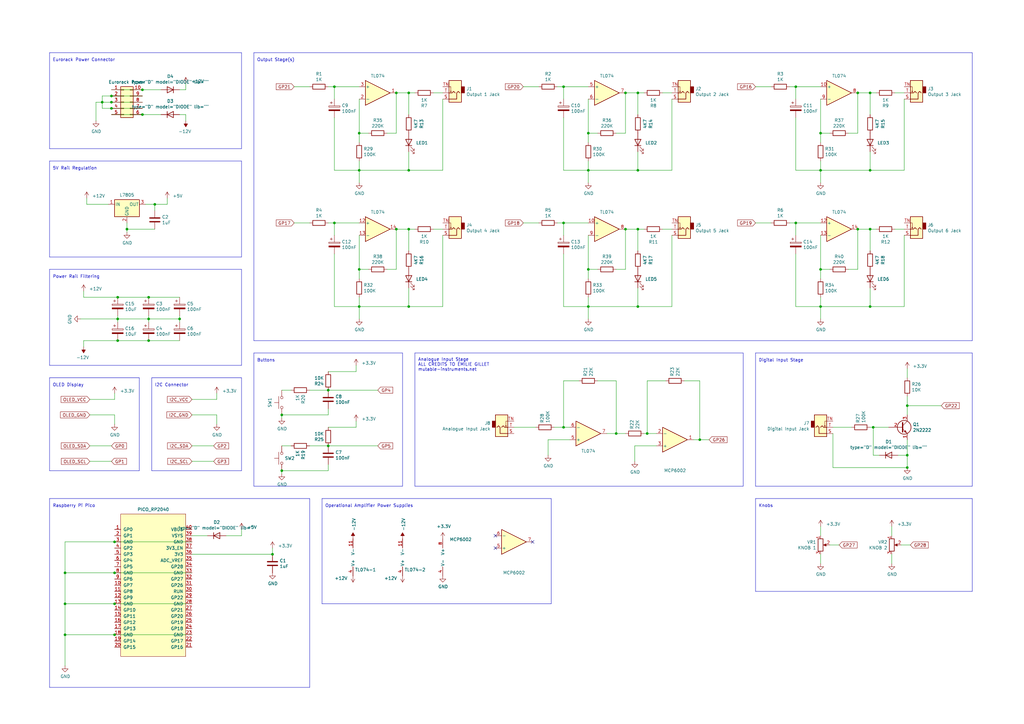
<source format=kicad_sch>
(kicad_sch (version 20231120) (generator "eeschema") (generator_version "8.0")
  (paper "A3")
  (title_block (title "EuroPi") (date "15/11/2021") (rev "1") (company "Allen Synthesis") (comment 1 "CC BY-SA 3.0"))
  (junction (at 147.32 54.61))
  (junction (at 356.87 93.98))
  (junction (at 134.62 182.88))
  (junction (at 336.55 54.61))
  (junction (at 372.11 191.77))
  (junction (at 351.79 38.1))
  (junction (at 336.55 125.73))
  (junction (at 48.26 121.92))
  (junction (at 241.3 110.49))
  (junction (at 48.26 130.81))
  (junction (at 137.16 35.56))
  (junction (at 372.11 166.37))
  (junction (at 167.64 38.1))
  (junction (at 326.39 91.44))
  (junction (at 46.99 222.25))
  (junction (at 287.02 180.34))
  (junction (at 46.99 234.95))
  (junction (at 167.64 69.85))
  (junction (at 41.91 41.91))
  (junction (at 231.14 175.26))
  (junction (at 26.67 247.65))
  (junction (at 241.3 54.61))
  (junction (at 134.62 160.02))
  (junction (at 46.99 260.35))
  (junction (at 252.73 177.8))
  (junction (at 256.54 38.1))
  (junction (at 73.66 130.81))
  (junction (at 356.87 125.73))
  (junction (at 137.16 91.44))
  (junction (at 261.62 93.98))
  (junction (at 372.11 186.69))
  (junction (at 231.14 91.44))
  (junction (at 45.72 41.91))
  (junction (at 147.32 69.85))
  (junction (at 351.79 93.98))
  (junction (at 58.42 46.99))
  (junction (at 336.55 110.49))
  (junction (at 162.56 93.98))
  (junction (at 26.67 260.35))
  (junction (at 326.39 35.56))
  (junction (at 63.5 83.82))
  (junction (at 261.62 69.85))
  (junction (at 46.99 247.65))
  (junction (at 60.96 139.7))
  (junction (at 231.14 35.56))
  (junction (at 48.26 139.7))
  (junction (at 256.54 93.98))
  (junction (at 336.55 69.85))
  (junction (at 162.56 38.1))
  (junction (at 261.62 125.73))
  (junction (at 58.42 36.83))
  (junction (at 115.57 193.04))
  (junction (at 356.87 38.1))
  (junction (at 356.87 69.85))
  (junction (at 115.57 170.18))
  (junction (at 111.76 227.33))
  (junction (at 358.14 175.26))
  (junction (at 241.3 69.85))
  (junction (at 26.67 234.95))
  (junction (at 45.72 44.45))
  (junction (at 261.62 38.1))
  (junction (at 45.72 39.37))
  (junction (at 60.96 121.92))
  (junction (at 167.64 125.73))
  (junction (at 60.96 130.81))
  (junction (at 52.07 93.98))
  (junction (at 167.64 93.98))
  (junction (at 147.32 110.49))
  (junction (at 265.43 177.8))
  (junction (at 147.32 125.73))
  (junction (at 241.3 125.73))
  (no_connect (at 203.2 219.71))
  (no_connect (at 218.44 222.25))
  (no_connect (at 203.2 224.79))
  (wire (pts (xy 137.16 91.44) (xy 134.62 91.44)))
  (wire (pts (xy 358.14 186.69) (xy 358.14 175.26)))
  (wire (pts (xy 356.87 102.87) (xy 356.87 93.98)))
  (wire (pts (xy 45.72 36.83) (xy 58.42 36.83)))
  (wire (pts (xy 137.16 69.85) (xy 137.16 48.26)))
  (wire (pts (xy 167.64 118.11) (xy 167.64 125.73)))
  (wire (pts (xy 372.11 186.69) (xy 372.11 180.34)))
  (wire (pts (xy 34.29 119.38) (xy 34.29 121.92)))
  (polyline (pts (xy 20.32 149.86) (xy 99.06 149.86)))
  (wire (pts (xy 134.62 175.26) (xy 146.05 175.26)))
  (wire (pts (xy 146.05 172.72) (xy 146.05 175.26)))
  (polyline (pts (xy 309.88 204.47) (xy 398.78 204.47)))
  (wire (pts (xy 372.11 166.37) (xy 372.11 162.56)))
  (polyline (pts (xy 20.32 21.59) (xy 99.06 21.59)))
  (wire (pts (xy 372.11 170.18) (xy 372.11 166.37)))
  (wire (pts (xy 356.87 93.98) (xy 351.79 93.98)))
  (wire (pts (xy 368.3 186.69) (xy 372.11 186.69)))
  (wire (pts (xy 336.55 96.52) (xy 336.55 110.49)))
  (wire (pts (xy 349.25 175.26) (xy 341.63 175.26)))
  (polyline (pts (xy 20.32 105.41) (xy 99.06 105.41)))
  (wire (pts (xy 351.79 54.61) (xy 347.98 54.61)))
  (wire (pts (xy 170.18 93.98) (xy 167.64 93.98)))
  (wire (pts (xy 41.91 39.37) (xy 45.72 39.37)))
  (wire (pts (xy 370.84 96.52) (xy 370.84 125.73)))
  (wire (pts (xy 120.65 91.44) (xy 127 91.44)))
  (polyline (pts (xy 398.78 21.59) (xy 104.14 21.59)))
  (wire (pts (xy 73.66 36.83) (xy 76.2 36.83)))
  (polyline (pts (xy 398.78 199.39) (xy 309.88 199.39)))
  (wire (pts (xy 341.63 177.8) (xy 341.63 191.77)))
  (wire (pts (xy 356.87 118.11) (xy 356.87 125.73)))
  (wire (pts (xy 73.66 130.81) (xy 73.66 129.54)))
  (wire (pts (xy 147.32 54.61) (xy 147.32 58.42)))
  (wire (pts (xy 373.38 223.52) (xy 369.57 223.52)))
  (wire (pts (xy 264.16 38.1) (xy 261.62 38.1)))
  (wire (pts (xy 48.26 130.81) (xy 48.26 129.54)))
  (wire (pts (xy 287.02 156.21) (xy 287.02 180.34)))
  (wire (pts (xy 356.87 69.85) (xy 370.84 69.85)))
  (wire (pts (xy 241.3 110.49) (xy 241.3 114.3)))
  (polyline (pts (xy 99.06 105.41) (xy 99.06 66.04)))
  (wire (pts (xy 46.99 170.18) (xy 36.83 170.18)))
  (wire (pts (xy 167.64 38.1) (xy 162.56 38.1)))
  (polyline (pts (xy 99.06 154.94) (xy 99.06 193.04)))
  (wire (pts (xy 48.26 139.7) (xy 60.96 139.7)))
  (wire (pts (xy 41.91 41.91) (xy 45.72 41.91)))
  (wire (pts (xy 26.67 222.25) (xy 26.67 234.95)))
  (wire (pts (xy 73.66 130.81) (xy 60.96 130.81)))
  (wire (pts (xy 219.71 175.26) (xy 210.82 175.26)))
  (wire (pts (xy 134.62 160.02) (xy 154.94 160.02)))
  (wire (pts (xy 63.5 83.82) (xy 59.69 83.82)))
  (wire (pts (xy 39.37 41.91) (xy 41.91 41.91)))
  (wire (pts (xy 370.84 93.98) (xy 367.03 93.98)))
  (wire (pts (xy 241.3 54.61) (xy 241.3 58.42)))
  (wire (pts (xy 58.42 44.45) (xy 45.72 44.45)))
  (wire (pts (xy 237.49 156.21) (xy 231.14 156.21)))
  (wire (pts (xy 68.58 83.82) (xy 63.5 83.82)))
  (polyline (pts (xy 104.14 139.7) (xy 398.78 139.7)))
  (wire (pts (xy 115.57 171.45) (xy 115.57 170.18)))
  (wire (pts (xy 356.87 46.99) (xy 356.87 38.1)))
  (wire (pts (xy 231.14 96.52) (xy 231.14 91.44)))
  (wire (pts (xy 41.91 39.37) (xy 41.91 41.91)))
  (wire (pts (xy 364.49 175.26) (xy 358.14 175.26)))
  (polyline (pts (xy 20.32 66.04) (xy 99.06 66.04)))
  (wire (pts (xy 46.99 222.25) (xy 26.67 222.25)))
  (wire (pts (xy 256.54 110.49) (xy 252.73 110.49)))
  (wire (pts (xy 261.62 38.1) (xy 256.54 38.1)))
  (wire (pts (xy 127 160.02) (xy 134.62 160.02)))
  (wire (pts (xy 231.14 40.64) (xy 231.14 35.56)))
  (wire (pts (xy 60.96 132.08) (xy 60.96 130.81)))
  (wire (pts (xy 85.09 219.71) (xy 78.74 219.71)))
  (wire (pts (xy 224.79 180.34) (xy 233.68 180.34)))
  (wire (pts (xy 231.14 125.73) (xy 231.14 104.14)))
  (wire (pts (xy 227.33 175.26) (xy 231.14 175.26)))
  (polyline (pts (xy 20.32 110.49) (xy 99.06 110.49)))
  (wire (pts (xy 35.56 83.82) (xy 44.45 83.82)))
  (polyline (pts (xy 309.88 242.57) (xy 309.88 204.47)))
  (wire (pts (xy 340.36 54.61) (xy 336.55 54.61)))
  (wire (pts (xy 214.63 91.44) (xy 220.98 91.44)))
  (wire (pts (xy 46.99 247.65) (xy 26.67 247.65)))
  (wire (pts (xy 290.83 180.34) (xy 287.02 180.34)))
  (polyline (pts (xy 170.18 199.39) (xy 304.8 199.39)))
  (polyline (pts (xy 398.78 204.47) (xy 398.78 242.57)))
  (wire (pts (xy 326.39 91.44) (xy 336.55 91.44)))
  (wire (pts (xy 181.61 96.52) (xy 181.61 125.73)))
  (wire (pts (xy 63.5 93.98) (xy 52.07 93.98)))
  (wire (pts (xy 46.99 260.35) (xy 78.74 260.35)))
  (wire (pts (xy 351.79 93.98) (xy 351.79 110.49)))
  (polyline (pts (xy 309.88 144.78) (xy 398.78 144.78)))
  (wire (pts (xy 365.76 231.14) (xy 365.76 227.33)))
  (polyline (pts (xy 170.18 144.78) (xy 170.18 199.39)))
  (wire (pts (xy 260.35 182.88) (xy 269.24 182.88)))
  (wire (pts (xy 372.11 151.13) (xy 372.11 154.94)))
  (wire (pts (xy 261.62 93.98) (xy 256.54 93.98)))
  (polyline (pts (xy 165.1 199.39) (xy 165.1 144.78)))
  (wire (pts (xy 356.87 125.73) (xy 370.84 125.73)))
  (wire (pts (xy 167.64 62.23) (xy 167.64 69.85)))
  (polyline (pts (xy 132.08 247.65) (xy 132.08 204.47)))
  (polyline (pts (xy 57.15 193.04) (xy 20.32 193.04)))
  (wire (pts (xy 241.3 40.64) (xy 241.3 54.61)))
  (wire (pts (xy 360.68 186.69) (xy 358.14 186.69)))
  (wire (pts (xy 41.91 41.91) (xy 41.91 44.45)))
  (wire (pts (xy 66.04 36.83) (xy 58.42 36.83)))
  (wire (pts (xy 111.76 224.79) (xy 111.76 227.33)))
  (wire (pts (xy 34.29 142.24) (xy 34.29 139.7)))
  (wire (pts (xy 326.39 69.85) (xy 326.39 48.26)))
  (wire (pts (xy 181.61 38.1) (xy 177.8 38.1)))
  (polyline (pts (xy 104.14 21.59) (xy 104.14 139.7)))
  (polyline (pts (xy 132.08 204.47) (xy 226.06 204.47)))
  (wire (pts (xy 265.43 156.21) (xy 265.43 177.8)))
  (wire (pts (xy 147.32 74.93) (xy 147.32 69.85)))
  (wire (pts (xy 60.96 130.81) (xy 60.96 129.54)))
  (wire (pts (xy 256.54 38.1) (xy 256.54 54.61)))
  (wire (pts (xy 241.3 69.85) (xy 231.14 69.85)))
  (wire (pts (xy 326.39 35.56) (xy 336.55 35.56)))
  (wire (pts (xy 115.57 194.31) (xy 115.57 193.04)))
  (wire (pts (xy 309.88 91.44) (xy 316.23 91.44)))
  (wire (pts (xy 88.9 170.18) (xy 78.74 170.18)))
  (polyline (pts (xy 20.32 60.96) (xy 99.06 60.96)))
  (polyline (pts (xy 99.06 60.96) (xy 99.06 21.59)))
  (wire (pts (xy 60.96 130.81) (xy 48.26 130.81)))
  (wire (pts (xy 46.99 247.65) (xy 78.74 247.65)))
  (wire (pts (xy 146.05 149.86) (xy 146.05 152.4)))
  (wire (pts (xy 326.39 91.44) (xy 323.85 91.44)))
  (wire (pts (xy 41.91 44.45) (xy 45.72 44.45)))
  (wire (pts (xy 336.55 69.85) (xy 356.87 69.85)))
  (wire (pts (xy 265.43 177.8) (xy 264.16 177.8)))
  (wire (pts (xy 214.63 35.56) (xy 220.98 35.56)))
  (wire (pts (xy 344.17 223.52) (xy 340.36 223.52)))
  (wire (pts (xy 326.39 40.64) (xy 326.39 35.56)))
  (wire (pts (xy 99.06 219.71) (xy 92.71 219.71)))
  (wire (pts (xy 137.16 35.56) (xy 134.62 35.56)))
  (wire (pts (xy 245.11 156.21) (xy 252.73 156.21)))
  (wire (pts (xy 134.62 152.4) (xy 146.05 152.4)))
  (wire (pts (xy 340.36 110.49) (xy 336.55 110.49)))
  (wire (pts (xy 241.3 121.92) (xy 241.3 125.73)))
  (wire (pts (xy 88.9 161.29) (xy 88.9 163.83)))
  (wire (pts (xy 162.56 93.98) (xy 162.56 110.49)))
  (polyline (pts (xy 165.1 144.78) (xy 104.14 144.78)))
  (wire (pts (xy 241.3 74.93) (xy 241.3 69.85)))
  (wire (pts (xy 241.3 96.52) (xy 241.3 110.49)))
  (polyline (pts (xy 304.8 199.39) (xy 304.8 144.78)))
  (wire (pts (xy 261.62 69.85) (xy 275.59 69.85)))
  (polyline (pts (xy 104.14 199.39) (xy 165.1 199.39)))
  (wire (pts (xy 167.64 102.87) (xy 167.64 93.98)))
  (polyline (pts (xy 398.78 242.57) (xy 309.88 242.57)))
  (wire (pts (xy 269.24 177.8) (xy 265.43 177.8)))
  (wire (pts (xy 137.16 91.44) (xy 147.32 91.44)))
  (polyline (pts (xy 309.88 199.39) (xy 309.88 144.78)))
  (wire (pts (xy 46.99 163.83) (xy 36.83 163.83)))
  (wire (pts (xy 275.59 96.52) (xy 275.59 125.73)))
  (wire (pts (xy 167.64 93.98) (xy 162.56 93.98)))
  (wire (pts (xy 356.87 38.1) (xy 351.79 38.1)))
  (wire (pts (xy 147.32 96.52) (xy 147.32 110.49)))
  (wire (pts (xy 162.56 110.49) (xy 158.75 110.49)))
  (wire (pts (xy 241.3 130.81) (xy 241.3 125.73)))
  (polyline (pts (xy 20.32 21.59) (xy 20.32 60.96)))
  (wire (pts (xy 326.39 35.56) (xy 323.85 35.56)))
  (wire (pts (xy 351.79 38.1) (xy 351.79 54.61)))
  (wire (pts (xy 231.14 91.44) (xy 241.3 91.44)))
  (polyline (pts (xy 20.32 193.04) (xy 20.32 154.94)))
  (wire (pts (xy 231.14 156.21) (xy 231.14 175.26)))
  (wire (pts (xy 60.96 139.7) (xy 73.66 139.7)))
  (wire (pts (xy 359.41 93.98) (xy 356.87 93.98)))
  (wire (pts (xy 88.9 163.83) (xy 78.74 163.83)))
  (wire (pts (xy 87.63 182.88) (xy 78.74 182.88)))
  (wire (pts (xy 76.2 34.29) (xy 76.2 36.83)))
  (wire (pts (xy 231.14 175.26) (xy 233.68 175.26)))
  (wire (pts (xy 45.72 182.88) (xy 36.83 182.88)))
  (wire (pts (xy 46.99 161.29) (xy 46.99 163.83)))
  (wire (pts (xy 231.14 69.85) (xy 231.14 48.26)))
  (wire (pts (xy 147.32 130.81) (xy 147.32 125.73)))
  (polyline (pts (xy 398.78 144.78) (xy 398.78 199.39)))
  (wire (pts (xy 66.04 46.99) (xy 58.42 46.99)))
  (wire (pts (xy 241.3 125.73) (xy 261.62 125.73)))
  (wire (pts (xy 46.99 234.95) (xy 26.67 234.95)))
  (wire (pts (xy 264.16 93.98) (xy 261.62 93.98)))
  (wire (pts (xy 147.32 125.73) (xy 167.64 125.73)))
  (wire (pts (xy 245.11 110.49) (xy 241.3 110.49)))
  (wire (pts (xy 336.55 69.85) (xy 326.39 69.85)))
  (wire (pts (xy 58.42 39.37) (xy 45.72 39.37)))
  (wire (pts (xy 162.56 38.1) (xy 162.56 54.61)))
  (wire (pts (xy 46.99 222.25) (xy 78.74 222.25)))
  (wire (pts (xy 48.26 121.92) (xy 60.96 121.92)))
  (wire (pts (xy 76.2 49.53) (xy 76.2 46.99)))
  (wire (pts (xy 336.55 66.04) (xy 336.55 69.85)))
  (wire (pts (xy 60.96 121.92) (xy 73.66 121.92)))
  (wire (pts (xy 26.67 247.65) (xy 26.67 260.35)))
  (wire (pts (xy 241.3 66.04) (xy 241.3 69.85)))
  (wire (pts (xy 119.38 160.02) (xy 115.57 160.02)))
  (wire (pts (xy 336.55 215.9) (xy 336.55 219.71)))
  (wire (pts (xy 48.26 132.08) (xy 48.26 130.81)))
  (wire (pts (xy 336.55 125.73) (xy 356.87 125.73)))
  (wire (pts (xy 46.99 173.99) (xy 46.99 170.18)))
  (wire (pts (xy 39.37 41.91) (xy 39.37 49.53)))
  (wire (pts (xy 275.59 38.1) (xy 271.78 38.1)))
  (wire (pts (xy 336.55 74.93) (xy 336.55 69.85)))
  (wire (pts (xy 45.72 46.99) (xy 58.42 46.99)))
  (wire (pts (xy 358.14 175.26) (xy 356.87 175.26)))
  (polyline (pts (xy 99.06 193.04) (xy 62.23 193.04)))
  (wire (pts (xy 137.16 96.52) (xy 137.16 91.44)))
  (wire (pts (xy 167.64 125.73) (xy 181.61 125.73)))
  (wire (pts (xy 326.39 125.73) (xy 326.39 104.14)))
  (wire (pts (xy 111.76 227.33) (xy 78.74 227.33)))
  (polyline (pts (xy 398.78 139.7) (xy 398.78 21.59)))
  (wire (pts (xy 33.02 130.81) (xy 48.26 130.81)))
  (wire (pts (xy 336.55 40.64) (xy 336.55 54.61)))
  (wire (pts (xy 231.14 91.44) (xy 228.6 91.44)))
  (wire (pts (xy 137.16 35.56) (xy 147.32 35.56)))
  (wire (pts (xy 147.32 66.04) (xy 147.32 69.85)))
  (wire (pts (xy 309.88 35.56) (xy 316.23 35.56)))
  (wire (pts (xy 99.06 217.17) (xy 99.06 219.71)))
  (wire (pts (xy 341.63 191.77) (xy 372.11 191.77)))
  (polyline (pts (xy 57.15 154.94) (xy 57.15 193.04)))
  (polyline (pts (xy 20.32 281.94) (xy 20.32 204.47)))
  (wire (pts (xy 356.87 62.23) (xy 356.87 69.85)))
  (wire (pts (xy 45.72 41.91) (xy 58.42 41.91)))
  (wire (pts (xy 241.3 69.85) (xy 261.62 69.85)))
  (wire (pts (xy 284.48 180.34) (xy 287.02 180.34)))
  (wire (pts (xy 261.62 125.73) (xy 275.59 125.73)))
  (polyline (pts (xy 99.06 149.86) (xy 99.06 110.49)))
  (wire (pts (xy 162.56 54.61) (xy 158.75 54.61)))
  (wire (pts (xy 147.32 121.92) (xy 147.32 125.73)))
  (wire (pts (xy 336.55 54.61) (xy 336.55 58.42)))
  (wire (pts (xy 372.11 191.77) (xy 372.11 186.69)))
  (wire (pts (xy 134.62 190.5) (xy 134.62 193.04)))
  (wire (pts (xy 63.5 86.36) (xy 63.5 83.82)))
  (wire (pts (xy 52.07 93.98) (xy 52.07 91.44)))
  (wire (pts (xy 336.55 110.49) (xy 336.55 114.3)))
  (polyline (pts (xy 226.06 204.47) (xy 226.06 247.65)))
  (wire (pts (xy 167.64 46.99) (xy 167.64 38.1)))
  (wire (pts (xy 256.54 93.98) (xy 256.54 110.49)))
  (wire (pts (xy 256.54 54.61) (xy 252.73 54.61)))
  (wire (pts (xy 287.02 156.21) (xy 280.67 156.21)))
  (wire (pts (xy 336.55 231.14) (xy 336.55 227.33)))
  (wire (pts (xy 181.61 40.64) (xy 181.61 69.85)))
  (wire (pts (xy 245.11 54.61) (xy 241.3 54.61)))
  (wire (pts (xy 134.62 167.64) (xy 134.62 170.18)))
  (wire (pts (xy 35.56 81.28) (xy 35.56 83.82)))
  (polyline (pts (xy 127 281.94) (xy 20.32 281.94)))
  (wire (pts (xy 336.55 121.92) (xy 336.55 125.73)))
  (wire (pts (xy 134.62 182.88) (xy 154.94 182.88)))
  (wire (pts (xy 73.66 132.08) (xy 73.66 130.81)))
  (wire (pts (xy 370.84 40.64) (xy 370.84 69.85)))
  (wire (pts (xy 48.26 121.92) (xy 34.29 121.92)))
  (wire (pts (xy 261.62 62.23) (xy 261.62 69.85)))
  (polyline (pts (xy 20.32 154.94) (xy 57.15 154.94)))
  (wire (pts (xy 170.18 38.1) (xy 167.64 38.1)))
  (wire (pts (xy 137.16 125.73) (xy 137.16 104.14)))
  (wire (pts (xy 147.32 110.49) (xy 147.32 114.3)))
  (wire (pts (xy 137.16 40.64) (xy 137.16 35.56)))
  (wire (pts (xy 68.58 81.28) (xy 68.58 83.82)))
  (wire (pts (xy 252.73 177.8) (xy 248.92 177.8)))
  (wire (pts (xy 52.07 95.25) (xy 52.07 93.98)))
  (wire (pts (xy 256.54 177.8) (xy 252.73 177.8)))
  (wire (pts (xy 120.65 35.56) (xy 127 35.56)))
  (wire (pts (xy 181.61 93.98) (xy 177.8 93.98)))
  (wire (pts (xy 88.9 173.99) (xy 88.9 170.18)))
  (polyline (pts (xy 20.32 110.49) (xy 20.32 149.86)))
  (wire (pts (xy 34.29 139.7) (xy 48.26 139.7)))
  (wire (pts (xy 336.55 130.81) (xy 336.55 125.73)))
  (wire (pts (xy 147.32 125.73) (xy 137.16 125.73)))
  (wire (pts (xy 265.43 156.21) (xy 273.05 156.21)))
  (wire (pts (xy 275.59 40.64) (xy 275.59 69.85)))
  (wire (pts (xy 370.84 38.1) (xy 367.03 38.1)))
  (wire (pts (xy 365.76 215.9) (xy 365.76 219.71)))
  (wire (pts (xy 241.3 125.73) (xy 231.14 125.73)))
  (wire (pts (xy 261.62 102.87) (xy 261.62 93.98)))
  (wire (pts (xy 151.13 110.49) (xy 147.32 110.49)))
  (wire (pts (xy 151.13 54.61) (xy 147.32 54.61)))
  (polyline (pts (xy 20.32 204.47) (xy 127 204.47)))
  (polyline (pts (xy 104.14 144.78) (xy 104.14 199.39)))
  (wire (pts (xy 351.79 110.49) (xy 347.98 110.49)))
  (polyline (pts (xy 62.23 154.94) (xy 99.06 154.94)))
  (polyline (pts (xy 62.23 193.04) (xy 62.23 154.94)))
  (polyline (pts (xy 226.06 247.65) (xy 132.08 247.65)))
  (wire (pts (xy 359.41 38.1) (xy 356.87 38.1)))
  (wire (pts (xy 46.99 260.35) (xy 26.67 260.35)))
  (polyline (pts (xy 127 204.47) (xy 127 281.94)))
  (wire (pts (xy 134.62 170.18) (xy 115.57 170.18)))
  (wire (pts (xy 26.67 234.95) (xy 26.67 247.65)))
  (wire (pts (xy 78.74 189.23) (xy 87.63 189.23)))
  (wire (pts (xy 73.66 46.99) (xy 76.2 46.99)))
  (wire (pts (xy 231.14 35.56) (xy 241.3 35.56)))
  (wire (pts (xy 147.32 69.85) (xy 167.64 69.85)))
  (wire (pts (xy 224.79 186.69) (xy 224.79 180.34)))
  (wire (pts (xy 127 182.88) (xy 134.62 182.88)))
  (wire (pts (xy 147.32 69.85) (xy 137.16 69.85)))
  (polyline (pts (xy 20.32 66.04) (xy 20.32 105.41)))
  (wire (pts (xy 326.39 96.52) (xy 326.39 91.44)))
  (wire (pts (xy 261.62 46.99) (xy 261.62 38.1)))
  (wire (pts (xy 275.59 93.98) (xy 271.78 93.98)))
  (wire (pts (xy 260.35 189.23) (xy 260.35 182.88)))
  (wire (pts (xy 36.83 189.23) (xy 45.72 189.23)))
  (polyline (pts (xy 304.8 144.78) (xy 170.18 144.78)))
  (wire (pts (xy 147.32 40.64) (xy 147.32 54.61)))
  (wire (pts (xy 134.62 193.04) (xy 115.57 193.04)))
  (wire (pts (xy 261.62 118.11) (xy 261.62 125.73)))
  (wire (pts (xy 386.08 166.37) (xy 372.11 166.37)))
  (wire (pts (xy 167.64 69.85) (xy 181.61 69.85)))
  (wire (pts (xy 336.55 125.73) (xy 326.39 125.73)))
  (wire (pts (xy 46.99 234.95) (xy 78.74 234.95)))
  (wire (pts (xy 119.38 182.88) (xy 115.57 182.88)))
  (wire (pts (xy 252.73 156.21) (xy 252.73 177.8)))
  (wire (pts (xy 231.14 35.56) (xy 228.6 35.56)))
  (wire (pts (xy 26.67 260.35) (xy 26.67 273.05)))
  (text "Eurorack Power Connector" (at 21.59 25.4 0) (effects (font (size 1.27 1.27)) (justify left bottom)))
  (text "Operational Amplifier Power Supplies" (at 133.35 208.28 0) (effects (font (size 1.27 1.27)) (justify left bottom)))
  (text "Raspberry Pi Pico" (at 21.59 208.28 0) (effects (font (size 1.27 1.27)) (justify left bottom)))
  (text "Digital Input Stage\n" (at 311.15 148.59 0) (effects (font (size 1.27 1.27)) (justify left bottom)))
  (text "5V Rail Regulation" (at 21.59 69.85 0) (effects (font (size 1.27 1.27)) (justify left bottom)))
  (text "Output Stage(s)" (at 105.41 25.4 0) (effects (font (size 1.27 1.27)) (justify left bottom)))
  (text "Power Rail Filtering" (at 21.59 114.3 0) (effects (font (size 1.27 1.27)) (justify left bottom)))
  (text "I2C Connector\n" (at 63.5 158.75 0) (effects (font (size 1.27 1.27)) (justify left bottom)))
  (text "Buttons" (at 105.41 148.59 0) (effects (font (size 1.27 1.27)) (justify left bottom)))
  (text "OLED Display" (at 21.59 158.75 0) (effects (font (size 1.27 1.27)) (justify left bottom)))
  (text "Analogue Input Stage\nALL CREDITS TO ÉMILIE GILLET\nmutable-instruments.net" (at 171.45 152.4 0) (effects (font (size 1.27 1.27)) (justify left bottom)))
  (text "Knobs" (at 311.15 208.28 0) (effects (font (size 1.27 1.27)) (justify left bottom)))
  (global_label "GP19" (shape input) (at 309.88 91.44 180) (property "Intersheetrefs" "${INTERSHEET_REFS}" (effects (hide yes))))
  (global_label "GP4" (shape input) (at 154.94 160.02 0) (property "Intersheetrefs" "${INTERSHEET_REFS}" (effects (hide yes))))
  (global_label "GP3" (shape input) (at 87.63 189.23 0) (property "Intersheetrefs" "${INTERSHEET_REFS}" (effects (hide yes))))
  (global_label "GP21" (shape input) (at 120.65 35.56 180) (property "Intersheetrefs" "${INTERSHEET_REFS}" (effects (hide yes))))
  (global_label "GP22" (shape input) (at 386.08 166.37 0) (property "Intersheetrefs" "${INTERSHEET_REFS}" (effects (hide yes))))
  (global_label "OLED_GND" (shape input) (at 36.83 170.18 180) (property "Intersheetrefs" "${INTERSHEET_REFS}" (effects (hide yes))))
  (global_label "I2C_VCC" (shape input) (at 78.74 163.83 180) (property "Intersheetrefs" "${INTERSHEET_REFS}" (effects (hide yes))))
  (global_label "GP1" (shape input) (at 45.72 189.23 0) (property "Intersheetrefs" "${INTERSHEET_REFS}" (effects (hide yes))))
  (global_label "I2C_SDA" (shape input) (at 78.74 182.88 180) (property "Intersheetrefs" "${INTERSHEET_REFS}" (effects (hide yes))))
  (global_label "GP27" (shape input) (at 344.17 223.52 0) (property "Intersheetrefs" "${INTERSHEET_REFS}" (effects (hide yes))))
  (global_label "GP5" (shape input) (at 154.94 182.88 0) (property "Intersheetrefs" "${INTERSHEET_REFS}" (effects (hide yes))))
  (global_label "GP17" (shape input) (at 120.65 91.44 180) (property "Intersheetrefs" "${INTERSHEET_REFS}" (effects (hide yes))))
  (global_label "GP20" (shape input) (at 214.63 35.56 180) (property "Intersheetrefs" "${INTERSHEET_REFS}" (effects (hide yes))))
  (global_label "OLED_VCC" (shape input) (at 36.83 163.83 180) (property "Intersheetrefs" "${INTERSHEET_REFS}" (effects (hide yes))))
  (global_label "OLED_SDA" (shape input) (at 36.83 182.88 180) (property "Intersheetrefs" "${INTERSHEET_REFS}" (effects (hide yes))))
  (global_label "OLED_SCL" (shape input) (at 36.83 189.23 180) (property "Intersheetrefs" "${INTERSHEET_REFS}" (effects (hide yes))))
  (global_label "GP16" (shape input) (at 309.88 35.56 180) (property "Intersheetrefs" "${INTERSHEET_REFS}" (effects (hide yes))))
  (global_label "GP26" (shape input) (at 290.83 180.34 0) (property "Intersheetrefs" "${INTERSHEET_REFS}" (effects (hide yes))))
  (global_label "GP0" (shape input) (at 45.72 182.88 0) (property "Intersheetrefs" "${INTERSHEET_REFS}" (effects (hide yes))))
  (global_label "I2C_SCL" (shape input) (at 78.74 189.23 180) (property "Intersheetrefs" "${INTERSHEET_REFS}" (effects (hide yes))))
  (global_label "GP18" (shape input) (at 214.63 91.44 180) (property "Intersheetrefs" "${INTERSHEET_REFS}" (effects (hide yes))))
  (global_label "I2C_GND" (shape input) (at 78.74 170.18 180) (property "Intersheetrefs" "${INTERSHEET_REFS}" (effects (hide yes))))
  (global_label "GP28" (shape input) (at 373.38 223.52 0) (property "Intersheetrefs" "${INTERSHEET_REFS}" (effects (hide yes))))
  (global_label "GP2" (shape input) (at 87.63 182.88 0) (property "Intersheetrefs" "${INTERSHEET_REFS}" (effects (hide yes))))
  (symbol (lib_id "Amplifier_Operational:TL074") (at 344.17 38.1 0) (unit 3)
    (property "Reference" "O" (effects (hide yes)))
    (property "Value" "TL074" (at 344.17 31.115 0))
    (property "Datasheet" "http://www.ti.com/lit/ds/symlink/tl071.pdf" (effects (hide yes)))
  )
  (symbol (lib_id "Device:R") (at 344.17 54.61 270) (unit 1)
    (property "Reference" "R37" (at 344.17 49.3522 90))
    (property "Value" "220K" (at 344.17 51.6636 90))
  )
  (symbol (lib_id "Device:R") (at 336.55 62.23 0) (unit 1)
    (property "Reference" "R31" (at 338.328 61.0616 0) (effects (justify left)))
    (property "Value" "100K" (at 338.328 63.373 0) (effects (justify left)))
  )
  (symbol (lib_id "Device:R") (at 320.04 35.56 270) (unit 1)
    (property "Reference" "R3" (at 320.04 30.3022 90))
    (property "Value" "1K" (at 320.04 32.6136 90))
  )
  (symbol (lib_id "Device:CP") (at 326.39 44.45 0) (unit 1)
    (property "Reference" "C11" (at 329.3872 43.2816 0) (effects (justify left)))
    (property "Value" "100nF" (at 329.3872 45.593 0) (effects (justify left)))
  )
  (symbol (lib_id "text:TEXT") (at 34.29 119.38 0) (unit 1)
    (property "Reference" "Reference?" (effects (hide yes)))
    (property "Value" "+12V" (at 36.5252 118.4402 0) (effects (justify left)))
  )
  (symbol (lib_id "power:-12V") (at 76.2 49.53 180) (unit 1)
    (property "Reference" "#PWR?" (effects (hide yes)))
    (property "Value" "-12V" (at 75.819 53.9242 0))
  )
  (symbol (lib_id "Amplifier_Operational:TL074") (at 154.94 38.1 0) (unit 1)
    (property "Reference" "O?" (effects (hide yes)))
    (property "Value" "TL074" (at 154.94 31.115 0))
    (property "Datasheet" "http://www.ti.com/lit/ds/symlink/tl071.pdf" (effects (hide yes)))
  )
  (symbol (lib_id "Device:R") (at 154.94 54.61 270) (unit 1)
    (property "Reference" "R35" (at 154.94 49.3522 90))
    (property "Value" "220K" (at 154.94 51.6636 90))
  )
  (symbol (lib_id "Device:R") (at 147.32 62.23 0) (unit 1)
    (property "Reference" "R29" (at 149.098 61.0616 0) (effects (justify left)))
    (property "Value" "100K" (at 149.098 63.373 0) (effects (justify left)))
  )
  (symbol (lib_id "Device:R") (at 130.81 35.56 270) (unit 1)
    (property "Reference" "R1" (at 130.81 30.3022 90))
    (property "Value" "1K" (at 130.81 32.6136 90))
  )
  (symbol (lib_id "Device:CP") (at 137.16 44.45 0) (unit 1)
    (property "Reference" "C9" (at 140.1572 43.2816 0) (effects (justify left)))
    (property "Value" "100nF" (at 140.1572 45.593 0) (effects (justify left)))
  )
  (symbol (lib_id "Amplifier_Operational:TL074") (at 248.92 38.1 0) (unit 2)
    (property "Reference" "O?" (effects (hide yes)))
    (property "Value" "TL074" (at 248.92 31.115 0))
    (property "Datasheet" "http://www.ti.com/lit/ds/symlink/tl071.pdf" (effects (hide yes)))
  )
  (symbol (lib_id "Device:R") (at 248.92 54.61 270) (unit 1)
    (property "Reference" "R36" (at 248.92 49.3522 90))
    (property "Value" "220K" (at 248.92 51.6636 90))
  )
  (symbol (lib_id "Device:R") (at 241.3 62.23 0) (unit 1)
    (property "Reference" "R30" (at 243.078 61.0616 0) (effects (justify left)))
    (property "Value" "100K" (at 243.078 63.373 0) (effects (justify left)))
  )
  (symbol (lib_id "Device:R") (at 224.79 35.56 270) (unit 1)
    (property "Reference" "R2" (at 224.79 30.3022 90))
    (property "Value" "1K" (at 224.79 32.6136 90))
  )
  (symbol (lib_id "Device:CP") (at 231.14 44.45 0) (unit 1)
    (property "Reference" "C10" (at 234.1372 43.2816 0) (effects (justify left)))
    (property "Value" "100nF" (at 234.1372 45.593 0) (effects (justify left)))
  )
  (symbol (lib_id "power:-12V") (at 34.29 142.24 180) (unit 1)
    (property "Reference" "#PWR?" (effects (hide yes)))
    (property "Value" "-12V" (at 33.909 146.6342 0))
  )
  (symbol (lib_id "Device:CP") (at 48.26 135.89 0) (unit 1)
    (property "Reference" "C16" (at 51.2572 134.7216 0) (effects (justify left)))
    (property "Value" "10uF" (at 51.2572 137.033 0) (effects (justify left)))
  )
  (symbol (lib_id "Device:CP") (at 60.96 125.73 0) (unit 1)
    (property "Reference" "C3" (at 63.9572 124.5616 0) (effects (justify left)))
    (property "Value" "100nF" (at 63.9572 126.873 0) (effects (justify left)))
  )
  (symbol (lib_id "Device:CP") (at 60.96 135.89 0) (unit 1)
    (property "Reference" "C4" (at 63.9572 134.7216 0) (effects (justify left)))
    (property "Value" "100nF" (at 63.9572 137.033 0) (effects (justify left)))
  )
  (symbol (lib_id "Device:CP") (at 73.66 125.73 0) (unit 1)
    (property "Reference" "C5" (at 76.6572 124.5616 0) (effects (justify left)))
    (property "Value" "100nF" (at 76.6572 126.873 0) (effects (justify left)))
  )
  (symbol (lib_id "Device:CP") (at 73.66 135.89 0) (unit 1)
    (property "Reference" "C6" (at 76.6572 134.7216 0) (effects (justify left)))
    (property "Value" "100nF" (at 76.6572 137.033 0) (effects (justify left)))
  )
  (symbol (lib_id "power:-12V") (at 144.78 220.98 0) (unit 1)
    (property "Reference" "#PWR?" (effects (hide yes)))
    (property "Value" "-12V" (at 145.161 217.7288 90) (effects (justify left)))
  )
  (symbol (lib_id "Amplifier_Operational:TL074") (at 344.17 93.98 0) (unit 4)
    (property "Reference" "O?" (effects (hide yes)))
    (property "Value" "TL074" (at 344.17 86.995 0))
    (property "Datasheet" "http://www.ti.com/lit/ds/symlink/tl071.pdf" (effects (hide yes)))
  )
  (symbol (lib_id "Device:R") (at 344.17 110.49 270) (unit 1)
    (property "Reference" "R40" (at 344.17 105.2322 90))
    (property "Value" "220K" (at 344.17 107.5436 90))
  )
  (symbol (lib_id "Device:R") (at 336.55 118.11 0) (unit 1)
    (property "Reference" "R34" (at 338.328 116.9416 0) (effects (justify left)))
    (property "Value" "100K" (at 338.328 119.253 0) (effects (justify left)))
  )
  (symbol (lib_id "Device:R") (at 320.04 91.44 270) (unit 1)
    (property "Reference" "R6" (at 320.04 86.1822 90))
    (property "Value" "1K" (at 320.04 88.4936 90))
  )
  (symbol (lib_id "Device:CP") (at 326.39 100.33 0) (unit 1)
    (property "Reference" "C14" (at 329.3872 99.1616 0) (effects (justify left)))
    (property "Value" "100nF" (at 329.3872 101.473 0) (effects (justify left)))
  )
  (symbol (lib_id "Connector:AudioJack2_SwitchT") (at 375.92 93.98 180) (unit 1)
    (property "Reference" "J6" (at 380.492 92.2782 0) (effects (justify right)))
    (property "Value" "Output 6 Jack" (at 380.492 94.5896 0) (effects (justify right)))
  )
  (symbol (lib_id "Amplifier_Operational:TL074") (at 154.94 93.98 0) (unit 4)
    (property "Reference" "O?" (effects (hide yes)))
    (property "Value" "TL074" (at 154.94 86.995 0))
    (property "Datasheet" "http://www.ti.com/lit/ds/symlink/tl071.pdf" (effects (hide yes)))
  )
  (symbol (lib_id "Device:R") (at 154.94 110.49 270) (unit 1)
    (property "Reference" "R38" (at 154.94 105.2322 90))
    (property "Value" "220K" (at 154.94 107.5436 90))
  )
  (symbol (lib_id "Device:R") (at 147.32 118.11 0) (unit 1)
    (property "Reference" "R32" (at 149.098 116.9416 0) (effects (justify left)))
    (property "Value" "100K" (at 149.098 119.253 0) (effects (justify left)))
  )
  (symbol (lib_id "Device:R") (at 130.81 91.44 270) (unit 1)
    (property "Reference" "R4" (at 130.81 86.1822 90))
    (property "Value" "1K" (at 130.81 88.4936 90))
  )
  (symbol (lib_id "Device:CP") (at 137.16 100.33 0) (unit 1)
    (property "Reference" "C12" (at 140.1572 99.1616 0) (effects (justify left)))
    (property "Value" "100nF" (at 140.1572 101.473 0) (effects (justify left)))
  )
  (symbol (lib_id "Amplifier_Operational:TL074") (at 248.92 93.98 0) (unit 3)
    (property "Reference" "O?" (effects (hide yes)))
    (property "Value" "TL074" (at 248.92 86.995 0))
    (property "Datasheet" "http://www.ti.com/lit/ds/symlink/tl071.pdf" (effects (hide yes)))
  )
  (symbol (lib_id "Device:R") (at 248.92 110.49 270) (unit 1)
    (property "Reference" "R39" (at 248.92 105.2322 90))
    (property "Value" "220K" (at 248.92 107.5436 90))
  )
  (symbol (lib_id "Device:R") (at 241.3 118.11 0) (unit 1)
    (property "Reference" "R33" (at 243.078 116.9416 0) (effects (justify left)))
    (property "Value" "100K" (at 243.078 119.253 0) (effects (justify left)))
  )
  (symbol (lib_id "Device:R") (at 224.79 91.44 270) (unit 1)
    (property "Reference" "R5" (at 224.79 86.1822 90))
    (property "Value" "1K" (at 224.79 88.4936 90))
  )
  (symbol (lib_id "Device:CP") (at 231.14 100.33 0) (unit 1)
    (property "Reference" "C13" (at 234.1372 99.1616 0) (effects (justify left)))
    (property "Value" "100nF" (at 234.1372 101.473 0) (effects (justify left)))
  )
  (symbol (lib_id "Device:LED") (at 167.64 58.42 90) (unit 1)
    (property "Reference" "LED1" (at 170.6372 58.5978 90) (effects (justify right)))
    (property "Value" "LED" (effects (hide yes)))
  )
  (symbol (lib_id "Device:R") (at 167.64 50.8 180) (unit 1)
    (property "Reference" "R13" (at 172.8978 50.8 90))
    (property "Value" "4K7" (at 170.5864 50.8 90))
  )
  (symbol (lib_id "Device:LED") (at 261.62 58.42 90) (unit 1)
    (property "Reference" "LED2" (at 264.6172 58.5978 90) (effects (justify right)))
    (property "Value" "LED" (effects (hide yes)))
  )
  (symbol (lib_id "Device:R") (at 261.62 50.8 180) (unit 1)
    (property "Reference" "R14" (at 266.8778 50.8 90))
    (property "Value" "4K7" (at 264.5664 50.8 90))
  )
  (symbol (lib_id "Device:LED") (at 356.87 58.42 90) (unit 1)
    (property "Reference" "LED3" (at 359.8672 58.5978 90) (effects (justify right)))
    (property "Value" "LED" (effects (hide yes)))
  )
  (symbol (lib_id "Device:R") (at 356.87 50.8 180) (unit 1)
    (property "Reference" "R15" (at 362.1278 50.8 90))
    (property "Value" "4K7" (at 359.8164 50.8 90))
  )
  (symbol (lib_id "Device:LED") (at 167.64 114.3 90) (unit 1)
    (property "Reference" "LED4" (at 170.6372 114.4778 90) (effects (justify right)))
    (property "Value" "LED" (effects (hide yes)))
  )
  (symbol (lib_id "Device:R") (at 167.64 106.68 180) (unit 1)
    (property "Reference" "R16" (at 172.8978 106.68 90))
    (property "Value" "4K7" (at 170.5864 106.68 90))
  )
  (symbol (lib_id "Device:LED") (at 261.62 114.3 90) (unit 1)
    (property "Reference" "LED5" (at 264.6172 114.4778 90) (effects (justify right)))
    (property "Value" "LED" (effects (hide yes)))
  )
  (symbol (lib_id "Device:R") (at 261.62 106.68 180) (unit 1)
    (property "Reference" "R17" (at 266.8778 106.68 90))
    (property "Value" "4K7" (at 264.5664 106.68 90))
  )
  (symbol (lib_id "Device:LED") (at 356.87 114.3 90) (unit 1)
    (property "Reference" "LED6" (at 359.8672 114.4778 90) (effects (justify right)))
    (property "Value" "LED" (effects (hide yes)))
  )
  (symbol (lib_id "Device:R") (at 356.87 106.68 180) (unit 1)
    (property "Reference" "R18" (at 362.1278 106.68 90))
    (property "Value" "4K7" (at 359.8164 106.68 90))
  )
  (symbol (lib_id "pico:PICO_RP2040") (at 63.5 241.3 0) (unit 1)
    (property "Reference" "U?" (effects (hide yes)))
    (property "Value" "PICO_RP2040" (at 62.865 208.9658 0))
  )
  (symbol (lib_id "Simulation_SPICE:DIODE") (at 88.9 219.71 180) (unit 1)
    (property "Reference" "D2" (at 88.9 214.1982 0))
    (property "Value" "${SIM.PARAMS}" (at 88.9 216.5096 0))
    (property "Sim.Device" "SPICE" (effects (hide yes)))
    (property "Sim.Params" "type=\"D\" model=\"DIODE\" lib=\"\"" (effects (hide yes)))
    (property "Sim.Pins" "1=1 2=2" (effects (hide yes)))
  )
  (symbol (lib_id "text:TEXT") (at 99.06 217.17 0) (unit 1)
    (property "Reference" "Reference?" (effects (hide yes)))
    (property "Value" "+5V" (at 101.2952 216.2302 0) (effects (justify left)))
  )
  (symbol (lib_id "text:TEXT") (at 111.76 224.79 0) (unit 1)
    (property "Reference" "Reference?" (effects (hide yes)))
    (property "Value" "+3.3V" (at 113.9952 223.8502 0) (effects (justify left)))
  )
  (symbol (lib_id "Device:R") (at 363.22 93.98 90) (unit 1)
    (property "Reference" "R12" (at 363.22 99.2378 90))
    (property "Value" "1K" (at 363.22 96.9264 90))
  )
  (symbol (lib_id "Connector:AudioJack2_SwitchT") (at 336.55 175.26 0) (mirror x) (unit 1)
    (property "Reference" "J7" (at 331.978 173.5582 0) (effects (justify right)))
    (property "Value" "Digital Input Jack" (at 331.978 175.8696 0) (effects (justify right)))
  )
  (symbol (lib_id "Device:R") (at 353.06 175.26 90) (unit 1)
    (property "Reference" "R27" (at 351.8916 173.482 0) (effects (justify left)))
    (property "Value" "100K" (at 354.203 173.482 0) (effects (justify left)))
  )
  (symbol (lib_id "Connector:AudioJack2_SwitchT") (at 375.92 38.1 180) (unit 1)
    (property "Reference" "J3" (at 380.492 36.3982 0) (effects (justify right)))
    (property "Value" "Output 3 Jack" (at 380.492 38.7096 0) (effects (justify right)))
  )
  (symbol (lib_id "Device:R") (at 363.22 38.1 90) (unit 1)
    (property "Reference" "R9" (at 363.22 43.3578 90))
    (property "Value" "1K" (at 363.22 41.0464 90))
  )
  (symbol (lib_id "Connector:AudioJack2_SwitchT") (at 280.67 38.1 180) (unit 1)
    (property "Reference" "J2" (at 285.242 36.3982 0) (effects (justify right)))
    (property "Value" "Output 2 Jack" (at 285.242 38.7096 0) (effects (justify right)))
  )
  (symbol (lib_id "Device:R") (at 267.97 38.1 90) (unit 1)
    (property "Reference" "R8" (at 267.97 43.3578 90))
    (property "Value" "1K" (at 267.97 41.0464 90))
  )
  (symbol (lib_id "Connector:AudioJack2_SwitchT") (at 186.69 38.1 180) (unit 1)
    (property "Reference" "J1" (at 191.262 36.3982 0) (effects (justify right)))
    (property "Value" "Output 1 Jack" (at 191.262 38.7096 0) (effects (justify right)))
  )
  (symbol (lib_id "Device:R") (at 173.99 38.1 90) (unit 1)
    (property "Reference" "R7" (at 173.99 43.3578 90))
    (property "Value" "1K" (at 173.99 41.0464 90))
  )
  (symbol (lib_id "Connector:AudioJack2_SwitchT") (at 186.69 93.98 180) (unit 1)
    (property "Reference" "J4" (at 191.262 92.2782 0) (effects (justify right)))
    (property "Value" "Output 4 Jack" (at 191.262 94.5896 0) (effects (justify right)))
  )
  (symbol (lib_id "Device:R") (at 173.99 93.98 90) (unit 1)
    (property "Reference" "R10" (at 173.99 99.2378 90))
    (property "Value" "1K" (at 173.99 96.9264 90))
  )
  (symbol (lib_id "Connector:AudioJack2_SwitchT") (at 280.67 93.98 180) (unit 1)
    (property "Reference" "J5" (at 285.242 92.2782 0) (effects (justify right)))
    (property "Value" "Output 5 Jack" (at 285.242 94.5896 0) (effects (justify right)))
  )
  (symbol (lib_id "Device:R") (at 267.97 93.98 90) (unit 1)
    (property "Reference" "R11" (at 267.97 99.2378 90))
    (property "Value" "1K" (at 267.97 96.9264 90))
  )
  (symbol (lib_id "power:GND") (at 39.37 49.53 0) (unit 1)
    (property "Reference" "#PWR?" (effects (hide yes)))
    (property "Value" "GND" (at 39.497 53.9242 0))
  )
  (symbol (lib_id "Simulation_SPICE:DIODE") (at 364.49 186.69 180) (unit 1)
    (property "Reference" "D1" (at 364.49 181.1782 0))
    (property "Value" "${SIM.PARAMS}" (at 364.49 183.4896 0))
    (property "Sim.Device" "SPICE" (effects (hide yes)))
    (property "Sim.Params" "type=\"D\" model=\"DIODE\" lib=\"\"" (effects (hide yes)))
    (property "Sim.Pins" "1=1 2=2" (effects (hide yes)))
  )
  (symbol (lib_id "Transistor_BJT:2N2219") (at 369.57 175.26 0) (unit 1)
    (property "Reference" "Q1" (at 374.396 174.0916 0) (effects (justify left)))
    (property "Value" "2N2222" (at 374.396 176.403 0) (effects (justify left)))
    (property "Footprint" "Package_TO_SOT_THT:TO-39-3" (effects (hide yes)))
    (property "Datasheet" "http://www.onsemi.com/pub_link/Collateral/2N2219-D.PDF" (effects (hide yes)))
  )
  (symbol (lib_id "Device:R") (at 372.11 158.75 0) (unit 1)
    (property "Reference" "R26" (at 373.888 157.5816 0) (effects (justify left)))
    (property "Value" "10K" (at 373.888 159.893 0) (effects (justify left)))
  )
  (symbol (lib_id "text:TEXT") (at 68.58 81.28 0) (unit 1)
    (property "Reference" "Reference?" (effects (hide yes)))
    (property "Value" "+5V" (at 70.8152 80.3402 0) (effects (justify left)))
  )
  (symbol (lib_id "Regulator_Linear:L7805") (at 52.07 83.82 0) (unit 1)
    (property "Reference" "U?" (effects (hide yes)))
    (property "Value" "L7805" (at 52.07 79.9846 0))
    (property "Datasheet" "http://www.st.com/content/ccc/resource/technical/document/datasheet/41/4f/b3/b0/12/d4/47/88/CD00000444.pdf/files/CD00000444.pdf/jcr:content/translations/en.CD00000444.pdf" (effects (hide yes)))
  )
  (symbol (lib_id "text:TEXT") (at 35.56 81.28 0) (unit 1)
    (property "Reference" "Reference?" (effects (hide yes)))
    (property "Value" "+12V" (at 37.7952 80.3402 0) (effects (justify left)))
  )
  (symbol (lib_id "text:TEXT") (at 372.11 151.13 0) (unit 1)
    (property "Reference" "Reference?" (effects (hide yes)))
    (property "Value" "+3.3V" (at 374.3452 150.1902 0) (effects (justify left)))
  )
  (symbol (lib_id "Device:C") (at 63.5 90.17 0) (unit 1)
    (property "Reference" "C2" (at 66.421 89.0016 0) (effects (justify left)))
    (property "Value" "1uF" (at 66.421 91.313 0) (effects (justify left)))
  )
  (symbol (lib_id "Connector_Generic:Conn_02x05_Counter_Clockwise") (at 50.8 41.91 0) (unit 1)
    (property "Reference" "J?" (effects (hide yes)))
    (property "Value" "Eurorack Power" (at 52.07 33.655 0))
  )
  (symbol (lib_id "power:GND") (at 52.07 95.25 0) (unit 1)
    (property "Reference" "#PWR?" (effects (hide yes)))
    (property "Value" "GND" (at 52.197 99.6442 0))
  )
  (symbol (lib_id "Connector:AudioJack2_SwitchT") (at 205.74 175.26 0) (mirror x) (unit 1)
    (property "Reference" "J8" (at 201.168 173.5582 0) (effects (justify right)))
    (property "Value" "Analogue Input Jack" (at 201.168 175.8696 0) (effects (justify right)))
  )
  (symbol (lib_id "Amplifier_Operational:TL074") (at 241.3 177.8 0) (mirror x) (unit 2)
    (property "Reference" "O?" (effects (hide yes)))
    (property "Value" "TL074" (at 241.3 184.9882 0))
    (property "Datasheet" "http://www.ti.com/lit/ds/symlink/tl071.pdf" (effects (hide yes)))
  )
  (symbol (lib_id "text:TEXT") (at 76.2 34.29 0) (unit 1)
    (property "Reference" "Reference?" (effects (hide yes)))
    (property "Value" "+12V" (at 78.4352 33.3502 0) (effects (justify left)))
  )
  (symbol (lib_id "Device:R") (at 223.52 175.26 90) (unit 1)
    (property "Reference" "R28" (at 222.3516 173.482 0) (effects (justify left)))
    (property "Value" "100K" (at 224.663 173.482 0) (effects (justify left)))
  )
  (symbol (lib_id "power:GND") (at 33.02 130.81 270) (unit 1)
    (property "Reference" "#PWR?" (effects (hide yes)))
    (property "Value" "GND" (at 28.6258 130.937 0))
  )
  (symbol (lib_id "Device:R") (at 241.3 156.21 90) (unit 1)
    (property "Reference" "R21" (at 240.1316 154.432 0) (effects (justify left)))
    (property "Value" "22K" (at 242.443 154.432 0) (effects (justify left)))
  )
  (symbol (lib_id "power:GND") (at 46.99 173.99 0) (unit 1)
    (property "Reference" "#PWR?" (effects (hide yes)))
    (property "Value" "GND" (at 47.117 178.3842 0))
  )
  (symbol (lib_id "Device:CP") (at 48.26 125.73 0) (unit 1)
    (property "Reference" "C15" (at 51.2572 124.5616 0) (effects (justify left)))
    (property "Value" "10uF" (at 51.2572 126.873 0) (effects (justify left)))
  )
  (symbol (lib_id "Simulation_SPICE:DIODE") (at 69.85 46.99 180) (unit 1)
    (property "Reference" "D3" (at 69.85 41.4782 0))
    (property "Value" "${SIM.PARAMS}" (at 69.85 43.7896 0))
    (property "Sim.Device" "SPICE" (effects (hide yes)))
    (property "Sim.Params" "type=\"D\" model=\"DIODE\" lib=\"\"" (effects (hide yes)))
    (property "Sim.Pins" "1=1 2=2" (effects (hide yes)))
  )
  (symbol (lib_id "Simulation_SPICE:DIODE") (at 69.85 36.83 0) (mirror x) (unit 1)
    (property "Reference" "D4" (at 69.85 31.3182 0))
    (property "Value" "${SIM.PARAMS}" (at 69.85 33.6296 0))
    (property "Sim.Device" "SPICE" (effects (hide yes)))
    (property "Sim.Params" "type=\"D\" model=\"DIODE\" lib=\"\"" (effects (hide yes)))
    (property "Sim.Pins" "1=1 2=2" (effects (hide yes)))
  )
  (symbol (lib_id "Amplifier_Operational:MCP6002-xMS") (at 276.86 180.34 0) (mirror x) (unit 1)
    (property "Reference" "O?" (effects (hide yes)))
    (property "Value" "MCP6002" (at 276.86 192.9892 0))
    (property "Datasheet" "http://www.ti.com/lit/ds/symlink/tl071.pdf" (effects (hide yes)))
  )
  (symbol (lib_id "Device:R") (at 260.35 177.8 90) (unit 1)
    (property "Reference" "R22" (at 259.1816 176.022 0) (effects (justify left)))
    (property "Value" "22K" (at 261.493 176.022 0) (effects (justify left)))
  )
  (symbol (lib_id "power:GND") (at 88.9 173.99 0) (unit 1)
    (property "Reference" "#PWR?" (effects (hide yes)))
    (property "Value" "GND" (at 89.027 178.3842 0))
  )
  (symbol (lib_id "power:GND") (at 26.67 273.05 0) (unit 1)
    (property "Reference" "#PWR?" (effects (hide yes)))
    (property "Value" "GND" (at 26.797 277.4442 0))
  )
  (symbol (lib_id "Device:R") (at 276.86 156.21 90) (unit 1)
    (property "Reference" "R23" (at 275.6916 154.432 0) (effects (justify left)))
    (property "Value" "22K" (at 278.003 154.432 0) (effects (justify left)))
  )
  (symbol (lib_id "power:GND") (at 115.57 194.31 0) (unit 1)
    (property "Reference" "#PWR?" (effects (hide yes)))
    (property "Value" "GND" (at 115.697 198.7042 0))
  )
  (symbol (lib_id "power:GND") (at 115.57 171.45 0) (unit 1)
    (property "Reference" "#PWR?" (effects (hide yes)))
    (property "Value" "GND" (at 115.697 175.8442 0))
  )
  (symbol (lib_id "text:TEXT") (at 88.9 161.29 0) (unit 1)
    (property "Reference" "Reference?" (effects (hide yes)))
    (property "Value" "+3.3V" (at 91.1352 160.3502 0) (effects (justify left)))
  )
  (symbol (lib_id "text:TEXT") (at 181.61 220.98 0) (unit 1)
    (property "Reference" "Reference?" (effects (hide yes)))
    (property "Value" "+3.3V" (at 179.07 215.9 0) (effects (justify left)))
  )
  (symbol (lib_id "power:GND") (at 147.32 130.81 0) (unit 1)
    (property "Reference" "#PWR?" (effects (hide yes)))
    (property "Value" "GND" (at 147.447 135.2042 0))
  )
  (symbol (lib_id "text:TEXT") (at 144.78 236.22 180) (unit 1)
    (property "Reference" "Reference?" (effects (hide yes)))
    (property "Value" "+12V" (at 142.5448 237.1598 0) (effects (justify left)))
  )
  (symbol (lib_id "power:GND") (at 147.32 74.93 0) (unit 1)
    (property "Reference" "#PWR?" (effects (hide yes)))
    (property "Value" "GND" (at 147.447 79.3242 0))
  )
  (symbol (lib_id "power:GND") (at 241.3 74.93 0) (unit 1)
    (property "Reference" "#PWR?" (effects (hide yes)))
    (property "Value" "GND" (at 241.427 79.3242 0))
  )
  (symbol (lib_id "power:GND") (at 241.3 130.81 0) (unit 1)
    (property "Reference" "#PWR?" (effects (hide yes)))
    (property "Value" "GND" (at 241.427 135.2042 0))
  )
  (symbol (lib_id "power:GND") (at 336.55 130.81 0) (unit 1)
    (property "Reference" "#PWR?" (effects (hide yes)))
    (property "Value" "GND" (at 336.677 135.2042 0))
  )
  (symbol (lib_id "power:GND") (at 336.55 74.93 0) (unit 1)
    (property "Reference" "#PWR?" (effects (hide yes)))
    (property "Value" "GND" (at 336.677 79.3242 0))
  )
  (symbol (lib_id "power:GND") (at 224.79 186.69 0) (unit 1)
    (property "Reference" "#PWR?" (effects (hide yes)))
    (property "Value" "GND" (at 224.917 191.0842 0))
  )
  (symbol (lib_id "power:GND") (at 260.35 189.23 0) (unit 1)
    (property "Reference" "#PWR?" (effects (hide yes)))
    (property "Value" "GND" (at 260.477 193.6242 0))
  )
  (symbol (lib_id "Amplifier_Operational:TL074") (at 147.32 228.6 0) (mirror x) (unit 5)
    (property "Reference" "O?" (effects (hide yes)))
    (property "Value" "TL074-1" (at 149.9108 233.68 0))
    (property "Datasheet" "http://www.ti.com/lit/ds/symlink/tl071.pdf" (effects (hide yes)))
  )
  (symbol (lib_id "power:GND") (at 181.61 236.22 0) (unit 1)
    (property "Reference" "#PWR?" (effects (hide yes)))
    (property "Value" "GND" (at 181.737 240.6142 0))
  )
  (symbol (lib_id "power:GND") (at 372.11 191.77 0) (unit 1)
    (property "Reference" "#PWR?" (effects (hide yes)))
    (property "Value" "GND" (at 372.237 196.1642 0))
  )
  (symbol (lib_id "power:GND") (at 336.55 231.14 0) (unit 1)
    (property "Reference" "#PWR?" (effects (hide yes)))
    (property "Value" "GND" (at 336.677 235.5342 0))
  )
  (symbol (lib_id "Amplifier_Operational:MCP6002-xMS") (at 184.15 228.6 0) (unit 3)
    (property "Reference" "O?" (effects (hide yes)))
    (property "Value" "MCP6002" (at 188.9506 221.2594 0))
    (property "Datasheet" "http://www.ti.com/lit/ds/symlink/tl071.pdf" (effects (hide yes)))
  )
  (symbol (lib_id "power:GND") (at 365.76 231.14 0) (unit 1)
    (property "Reference" "#PWR?" (effects (hide yes)))
    (property "Value" "GND" (at 365.887 235.5342 0))
  )
  (symbol (lib_id "Switch:SW_Push") (at 115.57 165.1 90) (unit 1)
    (property "Reference" "SW1" (at 110.6678 165.1 0))
    (property "Value" "SW_Push" (effects (hide yes)))
  )
  (symbol (lib_id "Device:R") (at 134.62 179.07 180) (unit 1)
    (property "Reference" "R25" (at 132.842 180.2384 0) (effects (justify left)))
    (property "Value" "10K" (at 132.842 177.927 0) (effects (justify left)))
  )
  (symbol (lib_id "Switch:SW_Push") (at 115.57 187.96 90) (unit 1)
    (property "Reference" "SW2" (at 116.7892 187.96 90) (effects (justify right)))
    (property "Value" "SW_Push" (effects (hide yes)))
  )
  (symbol (lib_id "Device:R") (at 134.62 156.21 180) (unit 1)
    (property "Reference" "R24" (at 132.842 157.3784 0) (effects (justify left)))
    (property "Value" "10K" (at 132.842 155.067 0) (effects (justify left)))
  )
  (symbol (lib_id "Device:R") (at 123.19 160.02 270) (unit 1)
    (property "Reference" "R20" (at 124.3584 161.798 0) (effects (justify left)))
    (property "Value" "1K" (at 122.047 161.798 0) (effects (justify left)))
  )
  (symbol (lib_id "Device:C") (at 134.62 163.83 0) (unit 1)
    (property "Reference" "C8" (at 137.541 162.6616 0) (effects (justify left)))
    (property "Value" "100nF" (at 137.541 164.973 0) (effects (justify left)))
  )
  (symbol (lib_id "text:TEXT") (at 165.1 236.22 180) (unit 1)
    (property "Reference" "Reference?" (effects (hide yes)))
    (property "Value" "+12V" (at 162.8648 237.1598 0) (effects (justify left)))
  )
  (symbol (lib_id "power:-12V") (at 165.1 220.98 0) (unit 1)
    (property "Reference" "#PWR?" (effects (hide yes)))
    (property "Value" "-12V" (at 165.481 217.7288 90) (effects (justify left)))
  )
  (symbol (lib_id "Amplifier_Operational:TL074") (at 167.64 228.6 0) (mirror x) (unit 5)
    (property "Reference" "O?" (effects (hide yes)))
    (property "Value" "TL074-2" (at 170.2308 233.68 0))
    (property "Datasheet" "http://www.ti.com/lit/ds/symlink/tl071.pdf" (effects (hide yes)))
  )
  (symbol (lib_id "Device:R") (at 123.19 182.88 270) (unit 1)
    (property "Reference" "R19" (at 124.3584 184.658 0) (effects (justify left)))
    (property "Value" "1K" (at 122.047 184.658 0) (effects (justify left)))
  )
  (symbol (lib_id "Device:C") (at 134.62 186.69 0) (unit 1)
    (property "Reference" "C7" (at 137.541 185.5216 0) (effects (justify left)))
    (property "Value" "100nF" (at 137.541 187.833 0) (effects (justify left)))
  )
  (symbol (lib_id "text:TEXT") (at 146.05 172.72 0) (unit 1)
    (property "Reference" "Reference?" (effects (hide yes)))
    (property "Value" "+3.3V" (at 148.2852 171.7802 0) (effects (justify left)))
  )
  (symbol (lib_id "Device:R_POT") (at 336.55 223.52 0) (unit 1)
    (property "Reference" "VR1" (at 334.772 222.3516 0) (effects (justify right)))
    (property "Value" "KNOB 1" (at 334.772 224.663 0) (effects (justify right)))
  )
  (symbol (lib_id "text:TEXT") (at 146.05 149.86 0) (unit 1)
    (property "Reference" "Reference?" (effects (hide yes)))
    (property "Value" "+3.3V" (at 148.2852 148.9202 0) (effects (justify left)))
  )
  (symbol (lib_id "text:TEXT") (at 336.55 215.9 0) (unit 1)
    (property "Reference" "Reference?" (effects (hide yes)))
    (property "Value" "+3.3V" (at 338.7852 214.9602 0) (effects (justify left)))
  )
  (symbol (lib_id "Device:R_POT") (at 365.76 223.52 0) (unit 1)
    (property "Reference" "VR2" (at 363.982 222.3516 0) (effects (justify right)))
    (property "Value" "KNOB 2" (at 363.982 224.663 0) (effects (justify right)))
  )
  (symbol (lib_id "text:TEXT") (at 365.76 215.9 0) (unit 1)
    (property "Reference" "Reference?" (effects (hide yes)))
    (property "Value" "+3.3V" (at 367.9952 214.9602 0) (effects (justify left)))
  )
  (symbol (lib_id "text:TEXT") (at 46.99 161.29 0) (unit 1)
    (property "Reference" "Reference?" (effects (hide yes)))
    (property "Value" "+3.3V" (at 49.2252 160.3502 0) (effects (justify left)))
  )
  (symbol (lib_id "Amplifier_Operational:MCP6002-xMS") (at 210.82 222.25 0) (mirror x) (unit 2)
    (property "Reference" "O1" (effects (hide yes)))
    (property "Value" "MCP6002" (at 210.82 234.8992 0))
    (property "Datasheet" "http://www.ti.com/lit/ds/symlink/tl071.pdf" (effects (hide yes)))
  )
  (symbol (lib_id "power:GND") (at 111.76 234.95 0) (unit 1)
    (property "Reference" "#PWR01" (effects (hide yes)))
    (property "Value" "GND" (at 111.887 239.3442 0))
  )
  (symbol (lib_id "Device:C") (at 111.76 231.14 0) (unit 1)
    (property "Reference" "C1" (at 114.681 229.9716 0) (effects (justify left)))
    (property "Value" "1uF" (at 114.681 232.283 0) (effects (justify left)))
  )
)
</source>
